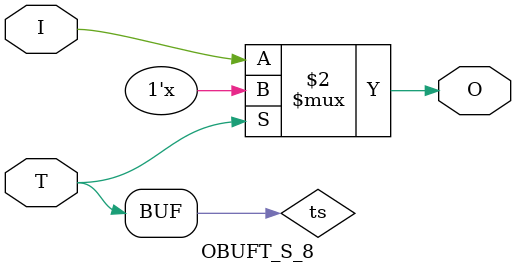
<source format=v>

/*

FUNCTION	: TRI-STATE OUTPUT BUFFER

*/

`celldefine
`timescale  100 ps / 10 ps

module OBUFT_S_8 (O, I, T);

    output O;

    input  I, T;

    or O1 (ts, 1'b0, T);
    bufif0 T1 (O, I, ts);

endmodule

</source>
